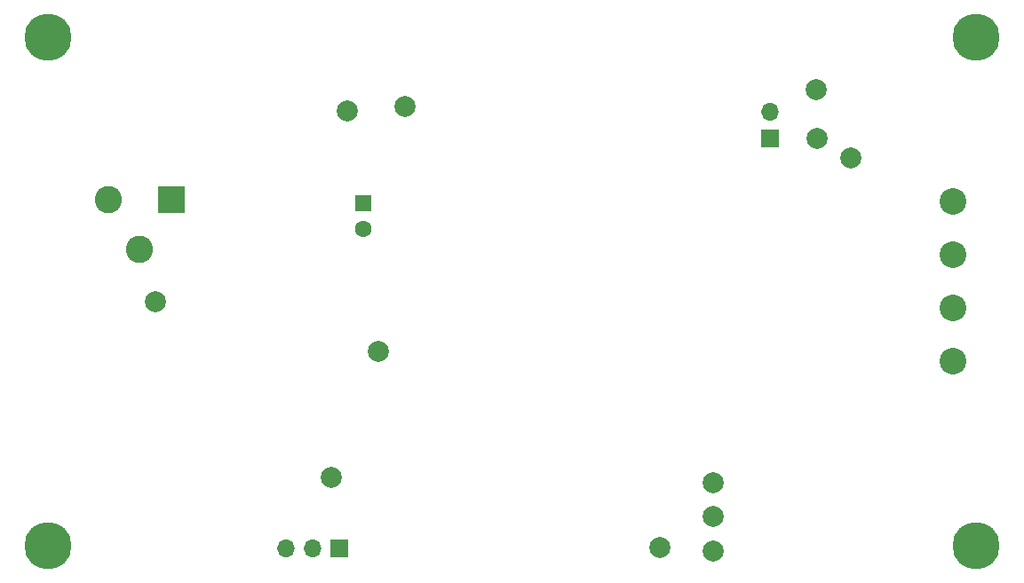
<source format=gbr>
%TF.GenerationSoftware,KiCad,Pcbnew,(5.1.8)-1*%
%TF.CreationDate,2021-04-05T19:23:32-04:00*%
%TF.ProjectId,BuckLinReg_5V,4275636b-4c69-46e5-9265-675f35562e6b,rev?*%
%TF.SameCoordinates,Original*%
%TF.FileFunction,Soldermask,Bot*%
%TF.FilePolarity,Negative*%
%FSLAX46Y46*%
G04 Gerber Fmt 4.6, Leading zero omitted, Abs format (unit mm)*
G04 Created by KiCad (PCBNEW (5.1.8)-1) date 2021-04-05 19:23:32*
%MOMM*%
%LPD*%
G01*
G04 APERTURE LIST*
%ADD10C,4.500000*%
%ADD11R,2.600000X2.600000*%
%ADD12C,2.600000*%
%ADD13R,1.600000X1.600000*%
%ADD14C,1.600000*%
%ADD15O,1.700000X1.700000*%
%ADD16R,1.700000X1.700000*%
%ADD17C,2.000000*%
%ADD18C,2.540000*%
G04 APERTURE END LIST*
D10*
%TO.C,H4*%
X150250000Y-55750000D03*
%TD*%
%TO.C,H3*%
X150250000Y-104250000D03*
%TD*%
%TO.C,H2*%
X61750000Y-104250000D03*
%TD*%
%TO.C,H1*%
X61750000Y-55750000D03*
%TD*%
D11*
%TO.C,J1*%
X73500000Y-71250000D03*
D12*
X67500000Y-71250000D03*
X70500000Y-75950000D03*
%TD*%
D13*
%TO.C,C1*%
X91800000Y-71550000D03*
D14*
X91800000Y-74050000D03*
%TD*%
D15*
%TO.C,J3*%
X130600000Y-62860000D03*
D16*
X130600000Y-65400000D03*
%TD*%
D15*
%TO.C,SW1*%
X84420000Y-104500000D03*
X86960000Y-104500000D03*
D16*
X89500000Y-104500000D03*
%TD*%
D17*
%TO.C,TP1*%
X90250000Y-62750000D03*
%TD*%
%TO.C,TP3*%
X72000000Y-81000000D03*
%TD*%
%TO.C,TP4*%
X93250000Y-85750000D03*
%TD*%
%TO.C,TP6*%
X95800000Y-62400000D03*
%TD*%
%TO.C,TP7*%
X135100000Y-65400000D03*
%TD*%
%TO.C,TP9*%
X120100000Y-104400000D03*
%TD*%
%TO.C,TP12*%
X125200000Y-104750000D03*
%TD*%
%TO.C,TP13*%
X125200000Y-98250000D03*
%TD*%
%TO.C,TP15*%
X125200000Y-101500000D03*
%TD*%
%TO.C,TP16*%
X138250000Y-67250000D03*
%TD*%
%TO.C,TP17*%
X88750000Y-97750000D03*
%TD*%
%TO.C,TP10*%
X135000000Y-60750000D03*
%TD*%
D18*
%TO.C,J2*%
X148000000Y-71380000D03*
X148000000Y-76460000D03*
X148000000Y-81540000D03*
X148000000Y-86620000D03*
%TD*%
M02*

</source>
